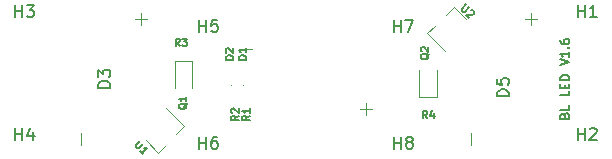
<source format=gbr>
G04 #@! TF.GenerationSoftware,KiCad,Pcbnew,(5.1.4)-1*
G04 #@! TF.CreationDate,2020-10-23T12:06:06-10:00*
G04 #@! TF.ProjectId,SkateLightLEDBoard,536b6174-654c-4696-9768-744c4544426f,rev?*
G04 #@! TF.SameCoordinates,Original*
G04 #@! TF.FileFunction,Legend,Top*
G04 #@! TF.FilePolarity,Positive*
%FSLAX46Y46*%
G04 Gerber Fmt 4.6, Leading zero omitted, Abs format (unit mm)*
G04 Created by KiCad (PCBNEW (5.1.4)-1) date 2020-10-23 12:06:06*
%MOMM*%
%LPD*%
G04 APERTURE LIST*
%ADD10C,0.127000*%
%ADD11C,0.120000*%
%ADD12C,0.100000*%
%ADD13C,0.150000*%
G04 APERTURE END LIST*
D10*
X21916571Y-3102428D02*
X21952857Y-2993571D01*
X21989142Y-2957285D01*
X22061714Y-2921000D01*
X22170571Y-2921000D01*
X22243142Y-2957285D01*
X22279428Y-2993571D01*
X22315714Y-3066142D01*
X22315714Y-3356428D01*
X21553714Y-3356428D01*
X21553714Y-3102428D01*
X21590000Y-3029857D01*
X21626285Y-2993571D01*
X21698857Y-2957285D01*
X21771428Y-2957285D01*
X21844000Y-2993571D01*
X21880285Y-3029857D01*
X21916571Y-3102428D01*
X21916571Y-3356428D01*
X22315714Y-2231571D02*
X22315714Y-2594428D01*
X21553714Y-2594428D01*
X22315714Y-1034142D02*
X22315714Y-1397000D01*
X21553714Y-1397000D01*
X21916571Y-780142D02*
X21916571Y-526142D01*
X22315714Y-417285D02*
X22315714Y-780142D01*
X21553714Y-780142D01*
X21553714Y-417285D01*
X22315714Y-90714D02*
X21553714Y-90714D01*
X21553714Y90714D01*
X21590000Y199571D01*
X21662571Y272142D01*
X21735142Y308428D01*
X21880285Y344714D01*
X21989142Y344714D01*
X22134285Y308428D01*
X22206857Y272142D01*
X22279428Y199571D01*
X22315714Y90714D01*
X22315714Y-90714D01*
X21553714Y1143000D02*
X22315714Y1397000D01*
X21553714Y1651000D01*
X22315714Y2304142D02*
X22315714Y1868714D01*
X22315714Y2086428D02*
X21553714Y2086428D01*
X21662571Y2013857D01*
X21735142Y1941285D01*
X21771428Y1868714D01*
X22243142Y2630714D02*
X22279428Y2667000D01*
X22315714Y2630714D01*
X22279428Y2594428D01*
X22243142Y2630714D01*
X22315714Y2630714D01*
X21553714Y3320142D02*
X21553714Y3175000D01*
X21590000Y3102428D01*
X21626285Y3066142D01*
X21735142Y2993571D01*
X21880285Y2957285D01*
X22170571Y2957285D01*
X22243142Y2993571D01*
X22279428Y3029857D01*
X22315714Y3102428D01*
X22315714Y3247571D01*
X22279428Y3320142D01*
X22243142Y3356428D01*
X22170571Y3392714D01*
X21989142Y3392714D01*
X21916571Y3356428D01*
X21880285Y3320142D01*
X21844000Y3247571D01*
X21844000Y3102428D01*
X21880285Y3029857D01*
X21916571Y2993571D01*
X21989142Y2957285D01*
D11*
X13970000Y-4572000D02*
X13970000Y-5588000D01*
X19050000Y5588000D02*
X19050000Y4572000D01*
X19558000Y5080000D02*
X18542000Y5080000D01*
X-13462000Y5080000D02*
X-14478000Y5080000D01*
X-13970000Y5588000D02*
X-13970000Y4572000D01*
X-19050000Y-4572000D02*
X-19050000Y-5588000D01*
X5080000Y-3048000D02*
X5080000Y-2032000D01*
X5588000Y-2540000D02*
X4572000Y-2540000D01*
X-4572000Y2540000D02*
X-5588000Y2540000D01*
X-12517828Y-6226630D02*
X-13550203Y-5194254D01*
X-10283370Y-3992172D02*
X-11810721Y-2464822D01*
X-10283370Y-3992172D02*
X-10940979Y-4649782D01*
X-12517828Y-6226630D02*
X-11860218Y-5569021D01*
X12517828Y6099630D02*
X13550203Y5067254D01*
X10283370Y3865172D02*
X11810721Y2337822D01*
X10283370Y3865172D02*
X10940979Y4522782D01*
X12517828Y6099630D02*
X11860218Y5442021D01*
D12*
X-5230660Y-546440D02*
G75*
G03X-5230660Y-546440I-50000J0D01*
G01*
X-6246660Y-546440D02*
G75*
G03X-6246660Y-546440I-50000J0D01*
G01*
D11*
X-11085500Y1485000D02*
X-11085500Y-800000D01*
X-9615500Y1485000D02*
X-11085500Y1485000D01*
X-9615500Y-800000D02*
X-9615500Y1485000D01*
X9615500Y800000D02*
X9615500Y-1485000D01*
X9615500Y-1485000D02*
X11085500Y-1485000D01*
X11085500Y-1485000D02*
X11085500Y800000D01*
D13*
X17182380Y-1458095D02*
X16182380Y-1458095D01*
X16182380Y-1220000D01*
X16230000Y-1077142D01*
X16325238Y-981904D01*
X16420476Y-934285D01*
X16610952Y-886666D01*
X16753809Y-886666D01*
X16944285Y-934285D01*
X17039523Y-981904D01*
X17134761Y-1077142D01*
X17182380Y-1220000D01*
X17182380Y-1458095D01*
X16182380Y18095D02*
X16182380Y-458095D01*
X16658571Y-505714D01*
X16610952Y-458095D01*
X16563333Y-362857D01*
X16563333Y-124761D01*
X16610952Y-29523D01*
X16658571Y18095D01*
X16753809Y65714D01*
X16991904Y65714D01*
X17087142Y18095D01*
X17134761Y-29523D01*
X17182380Y-124761D01*
X17182380Y-362857D01*
X17134761Y-458095D01*
X17087142Y-505714D01*
X-16557619Y-738095D02*
X-17557619Y-738095D01*
X-17557619Y-499999D01*
X-17510000Y-357142D01*
X-17414761Y-261904D01*
X-17319523Y-214285D01*
X-17129047Y-166666D01*
X-16986190Y-166666D01*
X-16795714Y-214285D01*
X-16700476Y-261904D01*
X-16605238Y-357142D01*
X-16557619Y-500000D01*
X-16557619Y-738095D01*
X-17557619Y166666D02*
X-17557619Y785714D01*
X-17176666Y452380D01*
X-17176666Y595238D01*
X-17129047Y690476D01*
X-17081428Y738095D01*
X-16986190Y785714D01*
X-16748095Y785714D01*
X-16652857Y738095D01*
X-16605238Y690476D01*
X-16557619Y595238D01*
X-16557619Y309523D01*
X-16605238Y214285D01*
X-16652857Y166666D01*
X7493095Y-5905380D02*
X7493095Y-4905380D01*
X7493095Y-5381571D02*
X8064523Y-5381571D01*
X8064523Y-5905380D02*
X8064523Y-4905380D01*
X8683571Y-5333952D02*
X8588333Y-5286333D01*
X8540714Y-5238714D01*
X8493095Y-5143476D01*
X8493095Y-5095857D01*
X8540714Y-5000619D01*
X8588333Y-4953000D01*
X8683571Y-4905380D01*
X8874047Y-4905380D01*
X8969285Y-4953000D01*
X9016904Y-5000619D01*
X9064523Y-5095857D01*
X9064523Y-5143476D01*
X9016904Y-5238714D01*
X8969285Y-5286333D01*
X8874047Y-5333952D01*
X8683571Y-5333952D01*
X8588333Y-5381571D01*
X8540714Y-5429190D01*
X8493095Y-5524428D01*
X8493095Y-5714904D01*
X8540714Y-5810142D01*
X8588333Y-5857761D01*
X8683571Y-5905380D01*
X8874047Y-5905380D01*
X8969285Y-5857761D01*
X9016904Y-5810142D01*
X9064523Y-5714904D01*
X9064523Y-5524428D01*
X9016904Y-5429190D01*
X8969285Y-5381571D01*
X8874047Y-5333952D01*
X7493095Y4000619D02*
X7493095Y5000619D01*
X7493095Y4524428D02*
X8064523Y4524428D01*
X8064523Y4000619D02*
X8064523Y5000619D01*
X8445476Y5000619D02*
X9112142Y5000619D01*
X8683571Y4000619D01*
X-9016904Y-5905380D02*
X-9016904Y-4905380D01*
X-9016904Y-5381571D02*
X-8445476Y-5381571D01*
X-8445476Y-5905380D02*
X-8445476Y-4905380D01*
X-7540714Y-4905380D02*
X-7731190Y-4905380D01*
X-7826428Y-4953000D01*
X-7874047Y-5000619D01*
X-7969285Y-5143476D01*
X-8016904Y-5333952D01*
X-8016904Y-5714904D01*
X-7969285Y-5810142D01*
X-7921666Y-5857761D01*
X-7826428Y-5905380D01*
X-7635952Y-5905380D01*
X-7540714Y-5857761D01*
X-7493095Y-5810142D01*
X-7445476Y-5714904D01*
X-7445476Y-5476809D01*
X-7493095Y-5381571D01*
X-7540714Y-5333952D01*
X-7635952Y-5286333D01*
X-7826428Y-5286333D01*
X-7921666Y-5333952D01*
X-7969285Y-5381571D01*
X-8016904Y-5476809D01*
X-9016904Y4000619D02*
X-9016904Y5000619D01*
X-9016904Y4524428D02*
X-8445476Y4524428D01*
X-8445476Y4000619D02*
X-8445476Y5000619D01*
X-7493095Y5000619D02*
X-7969285Y5000619D01*
X-8016904Y4524428D01*
X-7969285Y4572047D01*
X-7874047Y4619666D01*
X-7635952Y4619666D01*
X-7540714Y4572047D01*
X-7493095Y4524428D01*
X-7445476Y4429190D01*
X-7445476Y4191095D01*
X-7493095Y4095857D01*
X-7540714Y4048238D01*
X-7635952Y4000619D01*
X-7874047Y4000619D01*
X-7969285Y4048238D01*
X-8016904Y4095857D01*
X23050595Y5254619D02*
X23050595Y6254619D01*
X23050595Y5778428D02*
X23622023Y5778428D01*
X23622023Y5254619D02*
X23622023Y6254619D01*
X24622023Y5254619D02*
X24050595Y5254619D01*
X24336309Y5254619D02*
X24336309Y6254619D01*
X24241071Y6111761D01*
X24145833Y6016523D01*
X24050595Y5968904D01*
X23050595Y-5159380D02*
X23050595Y-4159380D01*
X23050595Y-4635571D02*
X23622023Y-4635571D01*
X23622023Y-5159380D02*
X23622023Y-4159380D01*
X24050595Y-4254619D02*
X24098214Y-4207000D01*
X24193452Y-4159380D01*
X24431547Y-4159380D01*
X24526785Y-4207000D01*
X24574404Y-4254619D01*
X24622023Y-4349857D01*
X24622023Y-4445095D01*
X24574404Y-4587952D01*
X24002976Y-5159380D01*
X24622023Y-5159380D01*
X-24574404Y5254619D02*
X-24574404Y6254619D01*
X-24574404Y5778428D02*
X-24002976Y5778428D01*
X-24002976Y5254619D02*
X-24002976Y6254619D01*
X-23622023Y6254619D02*
X-23002976Y6254619D01*
X-23336309Y5873666D01*
X-23193452Y5873666D01*
X-23098214Y5826047D01*
X-23050595Y5778428D01*
X-23002976Y5683190D01*
X-23002976Y5445095D01*
X-23050595Y5349857D01*
X-23098214Y5302238D01*
X-23193452Y5254619D01*
X-23479166Y5254619D01*
X-23574404Y5302238D01*
X-23622023Y5349857D01*
X-24574404Y-5159380D02*
X-24574404Y-4159380D01*
X-24574404Y-4635571D02*
X-24002976Y-4635571D01*
X-24002976Y-5159380D02*
X-24002976Y-4159380D01*
X-23098214Y-4492714D02*
X-23098214Y-5159380D01*
X-23336309Y-4111761D02*
X-23574404Y-4826047D01*
X-22955357Y-4826047D01*
D10*
X-14012877Y-5236227D02*
X-14376363Y-5599713D01*
X-14397745Y-5663858D01*
X-14397745Y-5706621D01*
X-14376363Y-5770766D01*
X-14290837Y-5856292D01*
X-14226692Y-5877673D01*
X-14183929Y-5877673D01*
X-14119784Y-5856292D01*
X-13756298Y-5492805D01*
X-13756298Y-6390831D02*
X-14012877Y-6134252D01*
X-13884587Y-6262542D02*
X-13435574Y-5813529D01*
X-13542482Y-5834910D01*
X-13628008Y-5834910D01*
X-13692153Y-5813529D01*
X13609622Y6323312D02*
X13246136Y5959826D01*
X13224754Y5895681D01*
X13224754Y5852918D01*
X13246136Y5788773D01*
X13331662Y5703247D01*
X13395807Y5681866D01*
X13438570Y5681866D01*
X13502715Y5703247D01*
X13866201Y6066734D01*
X14015872Y5831537D02*
X14058635Y5831537D01*
X14122780Y5810155D01*
X14229688Y5703247D01*
X14251069Y5639102D01*
X14251069Y5596339D01*
X14229688Y5532195D01*
X14186925Y5489432D01*
X14101398Y5446668D01*
X13588241Y5446668D01*
X13866201Y5168708D01*
X-5051818Y1639509D02*
X-5686818Y1639509D01*
X-5686818Y1790700D01*
X-5656580Y1881414D01*
X-5596103Y1941890D01*
X-5535627Y1972128D01*
X-5414675Y2002366D01*
X-5323960Y2002366D01*
X-5203008Y1972128D01*
X-5142532Y1941890D01*
X-5082056Y1881414D01*
X-5051818Y1790700D01*
X-5051818Y1639509D01*
X-5051818Y2607128D02*
X-5051818Y2244271D01*
X-5051818Y2425700D02*
X-5686818Y2425700D01*
X-5596103Y2365223D01*
X-5535627Y2304747D01*
X-5505389Y2244271D01*
X-6138938Y1626809D02*
X-6773938Y1626809D01*
X-6773938Y1778000D01*
X-6743700Y1868714D01*
X-6683223Y1929190D01*
X-6622747Y1959428D01*
X-6501795Y1989666D01*
X-6411080Y1989666D01*
X-6290128Y1959428D01*
X-6229652Y1929190D01*
X-6169176Y1868714D01*
X-6138938Y1778000D01*
X-6138938Y1626809D01*
X-6713461Y2231571D02*
X-6743700Y2261809D01*
X-6773938Y2322285D01*
X-6773938Y2473476D01*
X-6743700Y2533952D01*
X-6713461Y2564190D01*
X-6652985Y2594428D01*
X-6592509Y2594428D01*
X-6501795Y2564190D01*
X-6138938Y2201333D01*
X-6138938Y2594428D01*
X-10052261Y-2060476D02*
X-10082500Y-2120952D01*
X-10142976Y-2181428D01*
X-10233690Y-2272142D01*
X-10263928Y-2332619D01*
X-10263928Y-2393095D01*
X-10112738Y-2362857D02*
X-10142976Y-2423333D01*
X-10203452Y-2483809D01*
X-10324404Y-2514047D01*
X-10536071Y-2514047D01*
X-10657023Y-2483809D01*
X-10717500Y-2423333D01*
X-10747738Y-2362857D01*
X-10747738Y-2241904D01*
X-10717500Y-2181428D01*
X-10657023Y-2120952D01*
X-10536071Y-2090714D01*
X-10324404Y-2090714D01*
X-10203452Y-2120952D01*
X-10142976Y-2181428D01*
X-10112738Y-2241904D01*
X-10112738Y-2362857D01*
X-10112738Y-1485952D02*
X-10112738Y-1848809D01*
X-10112738Y-1667380D02*
X-10747738Y-1667380D01*
X-10657023Y-1727857D01*
X-10596547Y-1788333D01*
X-10566309Y-1848809D01*
X10447738Y2139523D02*
X10417500Y2079047D01*
X10357023Y2018571D01*
X10266309Y1927857D01*
X10236071Y1867380D01*
X10236071Y1806904D01*
X10387261Y1837142D02*
X10357023Y1776666D01*
X10296547Y1716190D01*
X10175595Y1685952D01*
X9963928Y1685952D01*
X9842976Y1716190D01*
X9782500Y1776666D01*
X9752261Y1837142D01*
X9752261Y1958095D01*
X9782500Y2018571D01*
X9842976Y2079047D01*
X9963928Y2109285D01*
X10175595Y2109285D01*
X10296547Y2079047D01*
X10357023Y2018571D01*
X10387261Y1958095D01*
X10387261Y1837142D01*
X9812738Y2351190D02*
X9782500Y2381428D01*
X9752261Y2441904D01*
X9752261Y2593095D01*
X9782500Y2653571D01*
X9812738Y2683809D01*
X9873214Y2714047D01*
X9933690Y2714047D01*
X10024404Y2683809D01*
X10387261Y2320952D01*
X10387261Y2714047D01*
X-10656993Y2783598D02*
X-10868660Y3085979D01*
X-11019850Y2783598D02*
X-11019850Y3418598D01*
X-10777945Y3418598D01*
X-10717469Y3388360D01*
X-10687231Y3358121D01*
X-10656993Y3297645D01*
X-10656993Y3206931D01*
X-10687231Y3146455D01*
X-10717469Y3116217D01*
X-10777945Y3085979D01*
X-11019850Y3085979D01*
X-10445326Y3418598D02*
X-10052231Y3418598D01*
X-10263898Y3176693D01*
X-10173183Y3176693D01*
X-10112707Y3146455D01*
X-10082469Y3116217D01*
X-10052231Y3055740D01*
X-10052231Y2904550D01*
X-10082469Y2844074D01*
X-10112707Y2813836D01*
X-10173183Y2783598D01*
X-10354612Y2783598D01*
X-10415088Y2813836D01*
X-10445326Y2844074D01*
X10310706Y-3332721D02*
X10099040Y-3030340D01*
X9947849Y-3332721D02*
X9947849Y-2697721D01*
X10189754Y-2697721D01*
X10250230Y-2727960D01*
X10280468Y-2758198D01*
X10310706Y-2818674D01*
X10310706Y-2909388D01*
X10280468Y-2969864D01*
X10250230Y-3000102D01*
X10189754Y-3030340D01*
X9947849Y-3030340D01*
X10854992Y-2909388D02*
X10854992Y-3332721D01*
X10703801Y-2667483D02*
X10552611Y-3121055D01*
X10945706Y-3121055D01*
X-4724158Y-3100493D02*
X-5026539Y-3312160D01*
X-4724158Y-3463350D02*
X-5359158Y-3463350D01*
X-5359158Y-3221445D01*
X-5328920Y-3160969D01*
X-5298681Y-3130731D01*
X-5238205Y-3100493D01*
X-5147491Y-3100493D01*
X-5087015Y-3130731D01*
X-5056777Y-3160969D01*
X-5026539Y-3221445D01*
X-5026539Y-3463350D01*
X-4724158Y-2495731D02*
X-4724158Y-2858588D01*
X-4724158Y-2677160D02*
X-5359158Y-2677160D01*
X-5268443Y-2737636D01*
X-5207967Y-2798112D01*
X-5177729Y-2858588D01*
X-5674118Y-3097953D02*
X-5976499Y-3309620D01*
X-5674118Y-3460810D02*
X-6309118Y-3460810D01*
X-6309118Y-3218905D01*
X-6278880Y-3158429D01*
X-6248641Y-3128191D01*
X-6188165Y-3097953D01*
X-6097451Y-3097953D01*
X-6036975Y-3128191D01*
X-6006737Y-3158429D01*
X-5976499Y-3218905D01*
X-5976499Y-3460810D01*
X-6248641Y-2856048D02*
X-6278880Y-2825810D01*
X-6309118Y-2765334D01*
X-6309118Y-2614143D01*
X-6278880Y-2553667D01*
X-6248641Y-2523429D01*
X-6188165Y-2493191D01*
X-6127689Y-2493191D01*
X-6036975Y-2523429D01*
X-5674118Y-2886286D01*
X-5674118Y-2493191D01*
M02*

</source>
